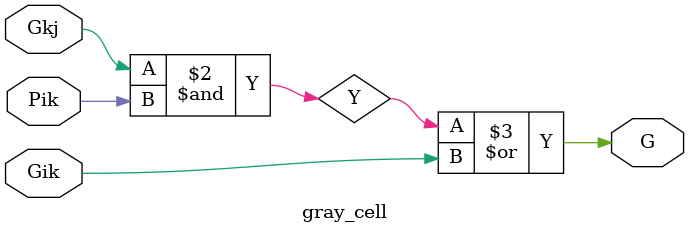
<source format=v>
module bittb
(

);
wire [15:0] Sum ;
reg [15:0] A ;
wire Cout ;
reg [15:0] B ;
reg Cin ;

initial begin
    $dumpfile("dumpfile1.vcd");
    $dumpvars(0, A[15:0], B[15:0], Cin, Sum[15:0], Cout);
    A = 0;
    B = 0;
    Cin = 0;
  end

  integer i;
  always begin
    for (i = 0; i < 20; i = i + 1) begin
      #10
      A = $random;
      B = $random;
      Cin = $random % 2;
    end
    #10
    $finish;
  end
// noconn A[15:0]
// noconn B[15:0]
// noconn Cin
// noconn Sum[15:0]
// noconn Cout
test
x1 ( 
 .x( A ),
 .sum( Sum ),
 .y( B ),
 .cout( Cout ),
 .cin( Cin )
);

endmodule

// expanding   symbol:  test.sym # of pins=5
// sym_path: /home/ee22b074/ee5311/tutorial_7/koggestone/test.sym
// sch_path: /home/ee22b074/ee5311/tutorial_7/koggestone/test.sch
module test
(
  input wire [15:0] x,
  output wire [15:0] sum,
  input wire [15:0] y,
  output wire cout,
  input wire cin
);
wire [15:0] G_Z, P_Z;
    wire [15:0] G_A, P_A;
    wire [15:0] G_B, P_B;
    wire [15:0] G_C, P_C;
    wire [15:0] G_D, P_D;
    wire [15:0] G_E, P_E;

    // Level 0 - Generate P_Z and G_Z
    genvar i;
    generate
        for (i = 0; i < 16; i = i + 1) begin : gen_pg
            and_xor level_Z(x[i], y[i], P_Z[i], G_Z[i]);
        end
    endgenerate

    // Level 1
    gray_cell level_0A(cin, P_Z[0], G_Z[0], G_A[0]);
    generate
        for (i = 1; i < 16; i = i + 1) begin : level_A
            black_cell bc(G_Z[i-1], P_Z[i], G_Z[i], P_Z[i-1], G_A[i], P_A[i]);
        end
    endgenerate

    // Level 2
    gray_cell level_1B(cin, P_A[1], G_A[1], G_B[1]);
    gray_cell level_2B(G_A[0], P_A[2], G_A[2], G_B[2]);
    generate
        for (i = 3; i < 16; i = i + 1) begin : level_B
            black_cell bc(G_A[i-2], P_A[i], G_A[i], P_A[i-2], G_B[i], P_B[i]);
        end
    endgenerate

    // Level 3
    gray_cell level_3C(cin, P_B[3], G_B[3], G_C[3]);
    gray_cell level_4C(G_A[0], P_B[4], G_B[4], G_C[4]);
    gray_cell level_5C(G_B[1], P_B[5], G_B[5], G_C[5]);
    gray_cell level_6C(G_B[2], P_B[6], G_B[6], G_C[6]);
    generate
        for (i = 7; i < 16; i = i + 1) begin : level_C
            black_cell bc(G_B[i-4], P_B[i], G_B[i], P_B[i-4], G_C[i], P_C[i]);
        end
    endgenerate

    // Level 4
    gray_cell level_7D(cin, P_C[7], G_C[7], G_D[7]);
    gray_cell level_8D(G_A[0], P_C[8], G_C[8], G_D[8]);
    gray_cell level_9D(G_B[1], P_C[9], G_C[9], G_D[9]);
    gray_cell level_10D(G_B[2], P_C[10], G_C[10], G_D[10]);
    gray_cell level_11D(G_C[3], P_C[11], G_C[11], G_D[11]);
    generate
        for (i = 12; i < 16; i = i + 1) begin : level_D
            black_cell bc(G_C[i-8], P_C[i], G_C[i], P_C[i-8], G_D[i], P_D[i]);
        end
    endgenerate

    // Level 5 (final carry to cout)
    gray_cell level_15E(cin, P_D[15], G_D[15], cout);

    // Final sum computation
    assign sum[0] = cin ^ P_Z[0];
    assign sum[1] = G_A[0] ^ P_Z[1];
    assign sum[2] = G_B[1] ^ P_Z[2];
    assign sum[3] = G_B[2] ^ P_Z[3];
    assign sum[4] = G_C[3] ^ P_Z[4];
    assign sum[5] = G_C[4] ^ P_Z[5];
    assign sum[6] = G_C[5] ^ P_Z[6];
    assign sum[7] = G_C[6] ^ P_Z[7];
    assign sum[8] = G_D[7] ^ P_Z[8];
    assign sum[9] = G_D[8] ^ P_Z[9];
    assign sum[10] = G_D[9] ^ P_Z[10];
    assign sum[11] = G_D[10] ^ P_Z[11];
    assign sum[12] = G_D[11] ^ P_Z[12];
    assign sum[13] = G_D[12] ^ P_Z[13];
    assign sum[14] = G_D[13] ^ P_Z[14];
    assign sum[15] = G_D[14] ^ P_Z[15];

endmodule


// noconn x[15:0]
// noconn y[15:0]
// noconn cin
// noconn sum[15:0]
// noconn cout
module black_cell(Gkj, Pik, Gik, Pkj, G, P);
 input Gkj, Pik, Gik, Pkj;
 output G, P;
 wire Y;

 and(Y, Gkj, Pik);
 or(G, Gik, Y);
 and(P, Pkj, Pik);
endmodule

module and_xor(a, b, p, g);
 //very first inputs - and/xor
 input a, b;
 output p, g;
 xor(p, a, b);
 and(g, a, b);
 endmodule

module gray_cell(Gkj, Pik, Gik, G);
 //gray cell
 input Gkj, Pik, Gik;
 output G;
 wire Y;
 and(Y, Gkj, Pik);
 or(G, Y, Gik);

endmodule

</source>
